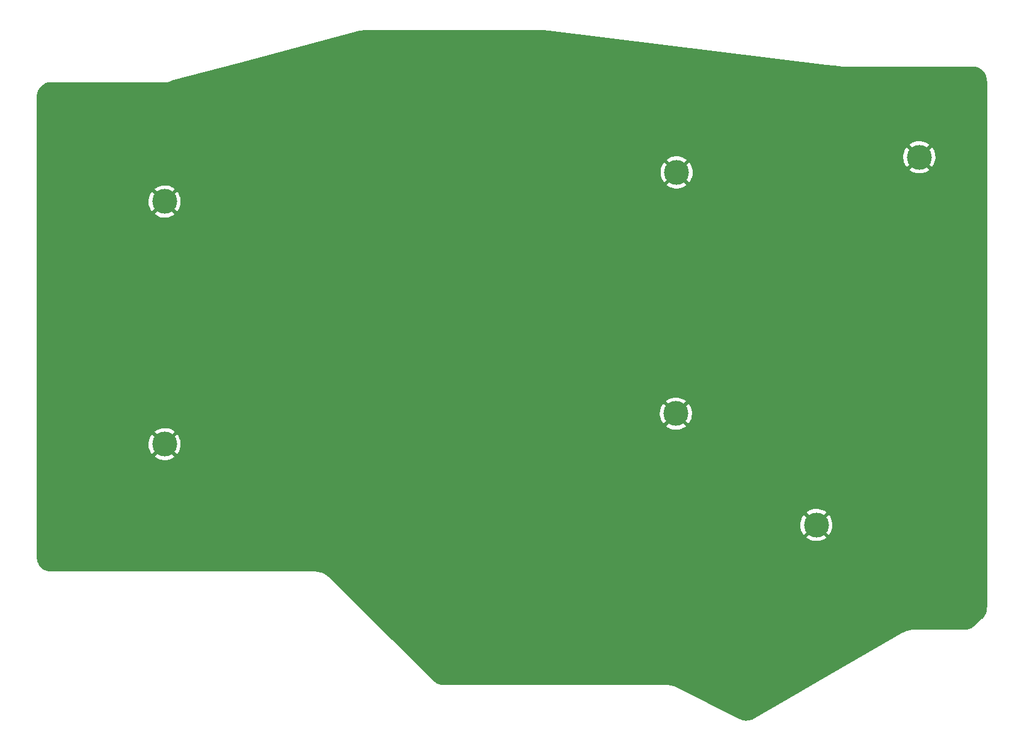
<source format=gtl>
G04 #@! TF.GenerationSoftware,KiCad,Pcbnew,(5.99.0-8557-g8988e46ab1)*
G04 #@! TF.CreationDate,2021-02-21T06:36:03-07:00*
G04 #@! TF.ProjectId,BottomCover,426f7474-6f6d-4436-9f76-65722e6b6963,rev?*
G04 #@! TF.SameCoordinates,PX85099e0PY51bada0*
G04 #@! TF.FileFunction,Copper,L1,Top*
G04 #@! TF.FilePolarity,Positive*
%FSLAX46Y46*%
G04 Gerber Fmt 4.6, Leading zero omitted, Abs format (unit mm)*
G04 Created by KiCad (PCBNEW (5.99.0-8557-g8988e46ab1)) date 2021-02-21 06:36:03*
%MOMM*%
%LPD*%
G01*
G04 APERTURE LIST*
G04 #@! TA.AperFunction,ComponentPad*
%ADD10C,3.500000*%
G04 #@! TD*
G04 APERTURE END LIST*
D10*
X36373000Y-9725000D03*
X-35627000Y20175000D03*
X36473000Y24275000D03*
X70648000Y26400000D03*
X-35627000Y-14025000D03*
X56148000Y-25400000D03*
G04 #@! TA.AperFunction,Conductor*
G36*
X18094668Y44290818D02*
G01*
X18126606Y44286413D01*
X18216195Y44287972D01*
X18226086Y44287755D01*
X18237143Y44287078D01*
X18328662Y44281474D01*
X18338505Y44280483D01*
X18367949Y44276343D01*
X18423986Y44268464D01*
X18428459Y44268475D01*
X18428465Y44268475D01*
X18458179Y44268551D01*
X18460527Y44268557D01*
X18476218Y44267616D01*
X57549348Y39465219D01*
X59507651Y39224528D01*
X59528811Y39220057D01*
X59542246Y39215987D01*
X59547057Y39215310D01*
X59547073Y39215307D01*
X59634839Y39202966D01*
X59644238Y39201279D01*
X59657788Y39198312D01*
X59670857Y39197512D01*
X59680694Y39196520D01*
X59690402Y39195155D01*
X59694872Y39195166D01*
X59694876Y39195166D01*
X59701386Y39195183D01*
X59704580Y39195191D01*
X59712589Y39194956D01*
X59760876Y39192000D01*
X59827450Y39187924D01*
X59836966Y39186977D01*
X59845885Y39185747D01*
X59845889Y39185747D01*
X59850708Y39185082D01*
X59863795Y39185310D01*
X59873683Y39185093D01*
X59883466Y39184494D01*
X59887934Y39184857D01*
X59887937Y39184857D01*
X59891206Y39185123D01*
X59897605Y39185643D01*
X59905596Y39186037D01*
X60000300Y39187685D01*
X60004728Y39188398D01*
X60004729Y39188398D01*
X60017150Y39190398D01*
X60037179Y39192000D01*
X78104968Y39192000D01*
X78126523Y39190143D01*
X78140334Y39187745D01*
X78145201Y39187660D01*
X78148201Y39187608D01*
X78267442Y39185526D01*
X78273418Y39185277D01*
X78339965Y39180916D01*
X78348167Y39180108D01*
X78544757Y39154226D01*
X78552884Y39152884D01*
X78589105Y39145680D01*
X78597202Y39144069D01*
X78605231Y39142197D01*
X78796788Y39090870D01*
X78804670Y39088479D01*
X78847467Y39073951D01*
X78855165Y39071054D01*
X79038379Y38995164D01*
X79045881Y38991765D01*
X79086417Y38971775D01*
X79093688Y38967888D01*
X79265406Y38868747D01*
X79272408Y38864393D01*
X79309997Y38839277D01*
X79316697Y38834475D01*
X79474009Y38713765D01*
X79480364Y38708549D01*
X79514366Y38678729D01*
X79520382Y38673094D01*
X79660569Y38532907D01*
X79666206Y38526889D01*
X79696021Y38492891D01*
X79701252Y38486518D01*
X79821964Y38329203D01*
X79826767Y38322500D01*
X79851868Y38284933D01*
X79856221Y38277932D01*
X79955362Y38106216D01*
X79959249Y38098944D01*
X79979240Y38058406D01*
X79982643Y38050896D01*
X80058526Y37867699D01*
X80061430Y37859983D01*
X80075953Y37817200D01*
X80078345Y37809316D01*
X80091851Y37758913D01*
X80129672Y37617763D01*
X80131540Y37609750D01*
X80140365Y37565383D01*
X80141701Y37557289D01*
X80153553Y37467264D01*
X80167584Y37360684D01*
X80168392Y37352481D01*
X80172752Y37285963D01*
X80173001Y37279973D01*
X80175164Y37156136D01*
X80175876Y37151717D01*
X80177873Y37139318D01*
X80179476Y37119281D01*
X80179476Y-37045337D01*
X80177723Y-37066280D01*
X80174995Y-37082464D01*
X80174206Y-37145314D01*
X80173350Y-37213571D01*
X80173141Y-37219415D01*
X80170946Y-37256599D01*
X80170290Y-37263995D01*
X80163751Y-37319192D01*
X80147385Y-37457320D01*
X80146293Y-37464671D01*
X80141927Y-37489091D01*
X80140405Y-37496360D01*
X80094915Y-37685629D01*
X80092967Y-37692799D01*
X80085755Y-37716546D01*
X80083388Y-37723586D01*
X80055487Y-37799129D01*
X80015932Y-37906221D01*
X80013181Y-37913044D01*
X80003197Y-37935841D01*
X80000045Y-37942499D01*
X79911568Y-38115927D01*
X79908022Y-38122398D01*
X79895417Y-38143877D01*
X79891482Y-38150149D01*
X79783330Y-38311790D01*
X79783258Y-38311897D01*
X79778954Y-38317937D01*
X79763926Y-38337761D01*
X79759269Y-38343542D01*
X79632758Y-38491439D01*
X79627771Y-38496932D01*
X79601869Y-38523826D01*
X79597717Y-38527942D01*
X79521856Y-38599725D01*
X79504899Y-38615770D01*
X79502117Y-38619276D01*
X79492743Y-38631089D01*
X79479502Y-38645356D01*
X79474488Y-38649982D01*
X79474480Y-38649986D01*
X79474482Y-38649988D01*
X78460612Y-39585532D01*
X78443777Y-39598611D01*
X78435105Y-39604241D01*
X78435099Y-39604245D01*
X78431015Y-39606897D01*
X78427388Y-39610145D01*
X78427385Y-39610147D01*
X78334739Y-39693104D01*
X78330233Y-39696952D01*
X78290220Y-39729517D01*
X78284030Y-39734243D01*
X78124437Y-39848428D01*
X78117971Y-39852756D01*
X78088359Y-39871277D01*
X78081615Y-39875210D01*
X77909139Y-39968724D01*
X77902150Y-39972237D01*
X77870497Y-39986935D01*
X77863315Y-39990003D01*
X77680550Y-40061442D01*
X77673201Y-40064054D01*
X77639957Y-40074722D01*
X77632458Y-40076874D01*
X77521087Y-40105124D01*
X77442302Y-40125108D01*
X77434668Y-40126795D01*
X77400327Y-40133268D01*
X77392598Y-40134477D01*
X77338736Y-40141202D01*
X77197928Y-40158781D01*
X77190163Y-40159507D01*
X77163809Y-40161146D01*
X77138693Y-40162707D01*
X77132761Y-40162936D01*
X77032719Y-40164433D01*
X77006817Y-40164821D01*
X76988735Y-40167687D01*
X76969011Y-40169241D01*
X69962632Y-40169241D01*
X69945425Y-40168061D01*
X69942349Y-40167637D01*
X69913442Y-40163652D01*
X69719030Y-40167048D01*
X69713865Y-40167032D01*
X69691450Y-40166504D01*
X69686615Y-40167141D01*
X69686366Y-40167154D01*
X69681977Y-40167637D01*
X69681157Y-40167710D01*
X69676678Y-40167788D01*
X69672258Y-40168500D01*
X69672257Y-40168500D01*
X69656007Y-40171117D01*
X69652418Y-40171642D01*
X69326771Y-40214514D01*
X69323826Y-40214867D01*
X69309750Y-40216384D01*
X69300118Y-40217422D01*
X69295707Y-40218604D01*
X69294430Y-40218772D01*
X69293423Y-40219054D01*
X69293424Y-40219054D01*
X69280846Y-40222578D01*
X69279463Y-40222957D01*
X68944786Y-40312632D01*
X68941914Y-40313365D01*
X68923518Y-40317833D01*
X68923509Y-40317836D01*
X68918782Y-40318984D01*
X68914568Y-40320730D01*
X68913316Y-40321065D01*
X68912343Y-40321481D01*
X68912340Y-40321482D01*
X68900301Y-40326630D01*
X68899027Y-40327167D01*
X68587941Y-40456022D01*
X68583173Y-40457883D01*
X68562089Y-40465620D01*
X68557833Y-40467979D01*
X68557612Y-40468080D01*
X68553701Y-40470141D01*
X68552965Y-40470509D01*
X68548818Y-40472227D01*
X68544966Y-40474509D01*
X68544955Y-40474515D01*
X68530808Y-40482898D01*
X68527662Y-40484702D01*
X68429449Y-40539141D01*
X68354978Y-40580420D01*
X68333601Y-40596616D01*
X68325826Y-40602507D01*
X68312735Y-40611196D01*
X56859061Y-47223978D01*
X53765411Y-49010098D01*
X53362636Y-49242640D01*
X47385780Y-52693379D01*
X47366506Y-52702430D01*
X47352129Y-52707749D01*
X47347882Y-52710118D01*
X47347880Y-52710119D01*
X47239085Y-52770808D01*
X47233840Y-52773573D01*
X47188841Y-52795967D01*
X47181764Y-52799220D01*
X47077455Y-52843314D01*
X47001149Y-52875570D01*
X46993884Y-52878379D01*
X46961797Y-52889661D01*
X46954372Y-52892017D01*
X46765758Y-52945493D01*
X46758201Y-52947385D01*
X46724938Y-52954629D01*
X46717280Y-52956051D01*
X46647620Y-52966765D01*
X46523470Y-52985859D01*
X46515777Y-52986798D01*
X46481876Y-52989884D01*
X46474108Y-52990350D01*
X46278130Y-52996023D01*
X46270353Y-52996008D01*
X46255939Y-52995534D01*
X46236322Y-52994888D01*
X46228549Y-52994391D01*
X46033370Y-52975847D01*
X46025645Y-52974871D01*
X46006280Y-52971815D01*
X45992042Y-52969567D01*
X45984410Y-52968120D01*
X45875988Y-52944058D01*
X45792979Y-52925636D01*
X45785440Y-52923717D01*
X45752732Y-52914304D01*
X45745331Y-52911923D01*
X45560599Y-52846149D01*
X45553351Y-52843314D01*
X45507120Y-52823555D01*
X45501730Y-52821100D01*
X45418938Y-52781010D01*
X45388181Y-52766116D01*
X45370636Y-52760521D01*
X45352346Y-52753062D01*
X36587162Y-48347746D01*
X36571754Y-48338573D01*
X36547826Y-48321912D01*
X36442912Y-48270743D01*
X36392819Y-48246311D01*
X36387241Y-48243417D01*
X36369193Y-48233469D01*
X36364617Y-48231802D01*
X36364478Y-48231739D01*
X36359455Y-48229606D01*
X36359428Y-48229672D01*
X36355280Y-48228003D01*
X36351246Y-48226035D01*
X36346977Y-48224660D01*
X36346969Y-48224657D01*
X36332254Y-48219918D01*
X36327759Y-48218377D01*
X36065353Y-48122803D01*
X36060906Y-48121087D01*
X36039667Y-48112423D01*
X36034927Y-48111299D01*
X36034822Y-48111265D01*
X36030766Y-48110206D01*
X36026887Y-48108793D01*
X36022506Y-48107873D01*
X36022500Y-48107871D01*
X36006347Y-48104478D01*
X36003174Y-48103768D01*
X35725065Y-48037811D01*
X35720424Y-48036617D01*
X35698312Y-48030476D01*
X35693478Y-48029911D01*
X35693357Y-48029887D01*
X35689206Y-48029306D01*
X35685195Y-48028355D01*
X35667839Y-48026778D01*
X35664314Y-48026457D01*
X35661085Y-48026121D01*
X35507779Y-48008191D01*
X35382385Y-47993525D01*
X35376163Y-47992639D01*
X35360667Y-47990036D01*
X35360658Y-47990035D01*
X35355870Y-47989231D01*
X35351011Y-47989173D01*
X35350823Y-47989156D01*
X35345406Y-47988808D01*
X35345403Y-47988878D01*
X35340920Y-47988675D01*
X35336472Y-47988155D01*
X35316473Y-47988671D01*
X35311759Y-47988704D01*
X35230626Y-47987735D01*
X35141645Y-47986672D01*
X35141639Y-47986672D01*
X35137170Y-47986619D01*
X35132739Y-47987200D01*
X35132733Y-47987200D01*
X35104264Y-47990931D01*
X35087893Y-47991999D01*
X3763503Y-47991999D01*
X3741972Y-47990146D01*
X3732863Y-47988566D01*
X3732860Y-47988566D01*
X3728070Y-47987735D01*
X3697098Y-47987200D01*
X3600839Y-47985537D01*
X3594808Y-47985288D01*
X3568206Y-47983552D01*
X3529407Y-47981018D01*
X3521266Y-47980220D01*
X3380465Y-47961757D01*
X3324851Y-47954464D01*
X3316748Y-47953132D01*
X3273140Y-47944493D01*
X3265138Y-47942635D01*
X3073759Y-47891564D01*
X3065900Y-47889190D01*
X3023785Y-47874955D01*
X3016098Y-47872074D01*
X2832956Y-47796544D01*
X2825487Y-47793175D01*
X2785585Y-47773586D01*
X2778336Y-47769729D01*
X2606598Y-47671046D01*
X2599615Y-47666725D01*
X2562583Y-47642105D01*
X2555895Y-47637337D01*
X2398438Y-47517156D01*
X2392074Y-47511962D01*
X2342688Y-47468897D01*
X2338235Y-47464822D01*
X2252044Y-47382070D01*
X2248811Y-47378966D01*
X2234897Y-47368973D01*
X2219577Y-47356002D01*
X-3684705Y-41487943D01*
X-12303761Y-32921764D01*
X-12315136Y-32908792D01*
X-12334643Y-32883201D01*
X-12474333Y-32749083D01*
X-12478012Y-32745402D01*
X-12493495Y-32729255D01*
X-12497366Y-32726301D01*
X-12497560Y-32726127D01*
X-12500927Y-32723443D01*
X-12501765Y-32722746D01*
X-12504997Y-32719643D01*
X-12521992Y-32707438D01*
X-12524941Y-32705254D01*
X-12544148Y-32690594D01*
X-12784588Y-32507076D01*
X-12786955Y-32505224D01*
X-12801797Y-32493319D01*
X-12801798Y-32493318D01*
X-12805591Y-32490276D01*
X-12809670Y-32487932D01*
X-12810797Y-32487072D01*
X-12813754Y-32485419D01*
X-12813764Y-32485413D01*
X-12823734Y-32479840D01*
X-12825031Y-32479105D01*
X-12908484Y-32431151D01*
X-13123101Y-32307829D01*
X-13125649Y-32306324D01*
X-13146111Y-32293902D01*
X-13150461Y-32292108D01*
X-13151688Y-32291403D01*
X-13165440Y-32285921D01*
X-13166765Y-32285384D01*
X-13185047Y-32277844D01*
X-13300546Y-32230211D01*
X-13484671Y-32154275D01*
X-13487460Y-32153085D01*
X-13504816Y-32145434D01*
X-13509273Y-32143469D01*
X-13513806Y-32142259D01*
X-13515126Y-32141715D01*
X-13518430Y-32140875D01*
X-13518451Y-32140869D01*
X-13529611Y-32138032D01*
X-13531056Y-32137656D01*
X-13730090Y-32084544D01*
X-13863085Y-32049054D01*
X-13865978Y-32048245D01*
X-13884247Y-32042895D01*
X-13884255Y-32042893D01*
X-13888911Y-32041530D01*
X-13893574Y-32040918D01*
X-13894944Y-32040553D01*
X-13898323Y-32040151D01*
X-13898327Y-32040150D01*
X-13909673Y-32038799D01*
X-13911112Y-32038619D01*
X-14242532Y-31995159D01*
X-14247665Y-31994378D01*
X-14264928Y-31991384D01*
X-14264930Y-31991384D01*
X-14269726Y-31990552D01*
X-14274588Y-31990468D01*
X-14274862Y-31990442D01*
X-14279143Y-31990278D01*
X-14280257Y-31990212D01*
X-14284688Y-31989631D01*
X-14289163Y-31989684D01*
X-14289165Y-31989684D01*
X-14305599Y-31989879D01*
X-14309269Y-31989869D01*
X-14501369Y-31986551D01*
X-14501375Y-31986551D01*
X-14505850Y-31986474D01*
X-14537437Y-31990442D01*
X-14542014Y-31991017D01*
X-14557719Y-31992000D01*
X-51544492Y-31992000D01*
X-51566047Y-31990143D01*
X-51567568Y-31989879D01*
X-51579858Y-31987745D01*
X-51584725Y-31987660D01*
X-51587725Y-31987608D01*
X-51706966Y-31985526D01*
X-51712942Y-31985277D01*
X-51779495Y-31980915D01*
X-51787682Y-31980109D01*
X-51984276Y-31954227D01*
X-51992408Y-31952884D01*
X-52036727Y-31944068D01*
X-52044755Y-31942196D01*
X-52236315Y-31890869D01*
X-52244188Y-31888481D01*
X-52286994Y-31873950D01*
X-52294674Y-31871060D01*
X-52412003Y-31822461D01*
X-52477912Y-31795160D01*
X-52485414Y-31791760D01*
X-52525950Y-31771770D01*
X-52533208Y-31767891D01*
X-52704925Y-31668750D01*
X-52711926Y-31664397D01*
X-52717927Y-31660388D01*
X-52749526Y-31639274D01*
X-52756211Y-31634482D01*
X-52913516Y-31513778D01*
X-52919889Y-31508548D01*
X-52953881Y-31478738D01*
X-52959899Y-31473101D01*
X-53100093Y-31332907D01*
X-53105730Y-31326889D01*
X-53135554Y-31292881D01*
X-53140784Y-31286508D01*
X-53261478Y-31129218D01*
X-53266266Y-31122537D01*
X-53291401Y-31084920D01*
X-53295746Y-31077932D01*
X-53394890Y-30906209D01*
X-53398777Y-30898937D01*
X-53418763Y-30858409D01*
X-53422166Y-30850899D01*
X-53498050Y-30667699D01*
X-53500954Y-30659983D01*
X-53515477Y-30617200D01*
X-53517871Y-30609309D01*
X-53519287Y-30604024D01*
X-53569198Y-30417755D01*
X-53571064Y-30409750D01*
X-53579889Y-30365383D01*
X-53581225Y-30357289D01*
X-53600940Y-30207535D01*
X-53607108Y-30160684D01*
X-53607916Y-30152481D01*
X-53609154Y-30133599D01*
X-53612276Y-30085963D01*
X-53612525Y-30079973D01*
X-53614688Y-29956136D01*
X-53617397Y-29939318D01*
X-53619000Y-29919281D01*
X-53619000Y-27166178D01*
X54746855Y-27166178D01*
X54754674Y-27176889D01*
X54866187Y-27264641D01*
X54873088Y-27269366D01*
X55124063Y-27417792D01*
X55131510Y-27421554D01*
X55399933Y-27535493D01*
X55407801Y-27538233D01*
X55688928Y-27615668D01*
X55697107Y-27617347D01*
X55985998Y-27656919D01*
X55994323Y-27657502D01*
X56285909Y-27658519D01*
X56294242Y-27657995D01*
X56583416Y-27620439D01*
X56591581Y-27618822D01*
X56873258Y-27543347D01*
X56881137Y-27540665D01*
X57150351Y-27428602D01*
X57157823Y-27424893D01*
X57409842Y-27278214D01*
X57416760Y-27273548D01*
X57540744Y-27177376D01*
X57549213Y-27165649D01*
X57542638Y-27153849D01*
X56160810Y-25772020D01*
X56146869Y-25764408D01*
X56145034Y-25764539D01*
X56138420Y-25768790D01*
X54753858Y-27153353D01*
X54746855Y-27166178D01*
X-53619000Y-27166178D01*
X-53619000Y-25490576D01*
X53887087Y-25490576D01*
X53887437Y-25498928D01*
X53918928Y-25788809D01*
X53920377Y-25797026D01*
X53989931Y-26080197D01*
X53992458Y-26088162D01*
X54098849Y-26359642D01*
X54102405Y-26367199D01*
X54243775Y-26622236D01*
X54248284Y-26629234D01*
X54370137Y-26793308D01*
X54381329Y-26801752D01*
X54393835Y-26794954D01*
X55775980Y-25412810D01*
X55782357Y-25401131D01*
X56512408Y-25401131D01*
X56512539Y-25402966D01*
X56516790Y-25409580D01*
X57901908Y-26794697D01*
X57914348Y-26801490D01*
X57925559Y-26793125D01*
X58039086Y-26642470D01*
X58043647Y-26635499D01*
X58186797Y-26381449D01*
X58190399Y-26373929D01*
X58298690Y-26103182D01*
X58301265Y-26095259D01*
X58372796Y-25812569D01*
X58374303Y-25804361D01*
X58407970Y-25513381D01*
X58408368Y-25507691D01*
X58410930Y-25402855D01*
X58410811Y-25397155D01*
X58391398Y-25104875D01*
X58390295Y-25096606D01*
X58332659Y-24810769D01*
X58330469Y-24802708D01*
X58235536Y-24527002D01*
X58232305Y-24519315D01*
X58101743Y-24258590D01*
X58097513Y-24251381D01*
X57933619Y-24010217D01*
X57928720Y-24003946D01*
X57915323Y-23995628D01*
X57905881Y-24001330D01*
X56520020Y-25387190D01*
X56512408Y-25401131D01*
X55782357Y-25401131D01*
X55783592Y-25398869D01*
X55783461Y-25397034D01*
X55779210Y-25390420D01*
X54394496Y-24005707D01*
X54381296Y-23998499D01*
X54371102Y-24005778D01*
X54310607Y-24079425D01*
X54305752Y-24086206D01*
X54152090Y-24334038D01*
X54148177Y-24341398D01*
X54028647Y-24607364D01*
X54025737Y-24615187D01*
X53942429Y-24894637D01*
X53940584Y-24902758D01*
X53894968Y-25190770D01*
X53894212Y-25199081D01*
X53887087Y-25490576D01*
X-53619000Y-25490576D01*
X-53619000Y-23631592D01*
X54745013Y-23631592D01*
X54752017Y-23644806D01*
X56135190Y-25027980D01*
X56149131Y-25035592D01*
X56150966Y-25035461D01*
X56157580Y-25031210D01*
X57543147Y-23645642D01*
X57550556Y-23632075D01*
X57543814Y-23622420D01*
X57506758Y-23590660D01*
X57500088Y-23585671D01*
X57255536Y-23426856D01*
X57248246Y-23422782D01*
X56984848Y-23297712D01*
X56977080Y-23294636D01*
X56699449Y-23205499D01*
X56691360Y-23203482D01*
X56404360Y-23151842D01*
X56396082Y-23150914D01*
X56104777Y-23137685D01*
X56096455Y-23137859D01*
X55805954Y-23163275D01*
X55797716Y-23164550D01*
X55513140Y-23228160D01*
X55505136Y-23230516D01*
X55231475Y-23331205D01*
X55223859Y-23334595D01*
X54965924Y-23470589D01*
X54958808Y-23474967D01*
X54753409Y-23620937D01*
X54745013Y-23631592D01*
X-53619000Y-23631592D01*
X-53619000Y-15791178D01*
X-37028145Y-15791178D01*
X-37020326Y-15801889D01*
X-36908813Y-15889641D01*
X-36901912Y-15894366D01*
X-36650937Y-16042792D01*
X-36643490Y-16046554D01*
X-36375067Y-16160493D01*
X-36367199Y-16163233D01*
X-36086072Y-16240668D01*
X-36077893Y-16242347D01*
X-35789002Y-16281919D01*
X-35780677Y-16282502D01*
X-35489091Y-16283519D01*
X-35480758Y-16282995D01*
X-35191584Y-16245439D01*
X-35183419Y-16243822D01*
X-34901742Y-16168347D01*
X-34893863Y-16165665D01*
X-34624649Y-16053602D01*
X-34617177Y-16049893D01*
X-34365158Y-15903214D01*
X-34358240Y-15898548D01*
X-34234256Y-15802376D01*
X-34225787Y-15790649D01*
X-34232362Y-15778849D01*
X-35614190Y-14397020D01*
X-35628131Y-14389408D01*
X-35629966Y-14389539D01*
X-35636580Y-14393790D01*
X-37021142Y-15778353D01*
X-37028145Y-15791178D01*
X-53619000Y-15791178D01*
X-53619000Y-14115576D01*
X-37887913Y-14115576D01*
X-37887563Y-14123928D01*
X-37856072Y-14413809D01*
X-37854623Y-14422026D01*
X-37785069Y-14705197D01*
X-37782542Y-14713162D01*
X-37676151Y-14984642D01*
X-37672595Y-14992199D01*
X-37531225Y-15247236D01*
X-37526716Y-15254234D01*
X-37404863Y-15418308D01*
X-37393671Y-15426752D01*
X-37381165Y-15419954D01*
X-35999020Y-14037810D01*
X-35992643Y-14026131D01*
X-35262592Y-14026131D01*
X-35262461Y-14027966D01*
X-35258210Y-14034580D01*
X-33873092Y-15419697D01*
X-33860652Y-15426490D01*
X-33849441Y-15418125D01*
X-33735914Y-15267470D01*
X-33731353Y-15260499D01*
X-33588203Y-15006449D01*
X-33584601Y-14998929D01*
X-33476310Y-14728182D01*
X-33473735Y-14720259D01*
X-33402204Y-14437569D01*
X-33400697Y-14429361D01*
X-33367030Y-14138381D01*
X-33366632Y-14132691D01*
X-33364070Y-14027855D01*
X-33364189Y-14022155D01*
X-33383602Y-13729875D01*
X-33384705Y-13721606D01*
X-33442341Y-13435769D01*
X-33444531Y-13427708D01*
X-33539464Y-13152002D01*
X-33542695Y-13144315D01*
X-33673257Y-12883590D01*
X-33677487Y-12876381D01*
X-33841381Y-12635217D01*
X-33846280Y-12628946D01*
X-33859677Y-12620628D01*
X-33869119Y-12626330D01*
X-35254980Y-14012190D01*
X-35262592Y-14026131D01*
X-35992643Y-14026131D01*
X-35991408Y-14023869D01*
X-35991539Y-14022034D01*
X-35995790Y-14015420D01*
X-37380504Y-12630707D01*
X-37393704Y-12623499D01*
X-37403898Y-12630778D01*
X-37464393Y-12704425D01*
X-37469248Y-12711206D01*
X-37622910Y-12959038D01*
X-37626823Y-12966398D01*
X-37746353Y-13232364D01*
X-37749263Y-13240187D01*
X-37832571Y-13519637D01*
X-37834416Y-13527758D01*
X-37880032Y-13815770D01*
X-37880788Y-13824081D01*
X-37887913Y-14115576D01*
X-53619000Y-14115576D01*
X-53619000Y-12256592D01*
X-37029987Y-12256592D01*
X-37022983Y-12269806D01*
X-35639810Y-13652980D01*
X-35625869Y-13660592D01*
X-35624034Y-13660461D01*
X-35617420Y-13656210D01*
X-34231853Y-12270642D01*
X-34224444Y-12257075D01*
X-34231186Y-12247420D01*
X-34268242Y-12215660D01*
X-34274912Y-12210671D01*
X-34519464Y-12051856D01*
X-34526754Y-12047782D01*
X-34790152Y-11922712D01*
X-34797920Y-11919636D01*
X-35075551Y-11830499D01*
X-35083640Y-11828482D01*
X-35370640Y-11776842D01*
X-35378918Y-11775914D01*
X-35670223Y-11762685D01*
X-35678545Y-11762859D01*
X-35969046Y-11788275D01*
X-35977284Y-11789550D01*
X-36261860Y-11853160D01*
X-36269864Y-11855516D01*
X-36543525Y-11956205D01*
X-36551141Y-11959595D01*
X-36809076Y-12095589D01*
X-36816192Y-12099967D01*
X-37021591Y-12245937D01*
X-37029987Y-12256592D01*
X-53619000Y-12256592D01*
X-53619000Y-11491178D01*
X34971855Y-11491178D01*
X34979674Y-11501889D01*
X35091187Y-11589641D01*
X35098088Y-11594366D01*
X35349063Y-11742792D01*
X35356510Y-11746554D01*
X35624933Y-11860493D01*
X35632801Y-11863233D01*
X35913928Y-11940668D01*
X35922107Y-11942347D01*
X36210998Y-11981919D01*
X36219323Y-11982502D01*
X36510909Y-11983519D01*
X36519242Y-11982995D01*
X36808416Y-11945439D01*
X36816581Y-11943822D01*
X37098258Y-11868347D01*
X37106137Y-11865665D01*
X37375351Y-11753602D01*
X37382823Y-11749893D01*
X37634842Y-11603214D01*
X37641760Y-11598548D01*
X37765744Y-11502376D01*
X37774213Y-11490649D01*
X37767638Y-11478849D01*
X36385810Y-10097020D01*
X36371869Y-10089408D01*
X36370034Y-10089539D01*
X36363420Y-10093790D01*
X34978858Y-11478353D01*
X34971855Y-11491178D01*
X-53619000Y-11491178D01*
X-53619000Y-9815576D01*
X34112087Y-9815576D01*
X34112437Y-9823928D01*
X34143928Y-10113809D01*
X34145377Y-10122026D01*
X34214931Y-10405197D01*
X34217458Y-10413162D01*
X34323849Y-10684642D01*
X34327405Y-10692199D01*
X34468775Y-10947236D01*
X34473284Y-10954234D01*
X34595137Y-11118308D01*
X34606329Y-11126752D01*
X34618835Y-11119954D01*
X36000980Y-9737810D01*
X36007357Y-9726131D01*
X36737408Y-9726131D01*
X36737539Y-9727966D01*
X36741790Y-9734580D01*
X38126908Y-11119697D01*
X38139348Y-11126490D01*
X38150559Y-11118125D01*
X38264086Y-10967470D01*
X38268647Y-10960499D01*
X38411797Y-10706449D01*
X38415399Y-10698929D01*
X38523690Y-10428182D01*
X38526265Y-10420259D01*
X38597796Y-10137569D01*
X38599303Y-10129361D01*
X38632970Y-9838381D01*
X38633368Y-9832691D01*
X38635930Y-9727855D01*
X38635811Y-9722155D01*
X38616398Y-9429875D01*
X38615295Y-9421606D01*
X38557659Y-9135769D01*
X38555469Y-9127708D01*
X38460536Y-8852002D01*
X38457305Y-8844315D01*
X38326743Y-8583590D01*
X38322513Y-8576381D01*
X38158619Y-8335217D01*
X38153720Y-8328946D01*
X38140323Y-8320628D01*
X38130881Y-8326330D01*
X36745020Y-9712190D01*
X36737408Y-9726131D01*
X36007357Y-9726131D01*
X36008592Y-9723869D01*
X36008461Y-9722034D01*
X36004210Y-9715420D01*
X34619496Y-8330707D01*
X34606296Y-8323499D01*
X34596102Y-8330778D01*
X34535607Y-8404425D01*
X34530752Y-8411206D01*
X34377090Y-8659038D01*
X34373177Y-8666398D01*
X34253647Y-8932364D01*
X34250737Y-8940187D01*
X34167429Y-9219637D01*
X34165584Y-9227758D01*
X34119968Y-9515770D01*
X34119212Y-9524081D01*
X34112087Y-9815576D01*
X-53619000Y-9815576D01*
X-53619000Y-7956592D01*
X34970013Y-7956592D01*
X34977017Y-7969806D01*
X36360190Y-9352980D01*
X36374131Y-9360592D01*
X36375966Y-9360461D01*
X36382580Y-9356210D01*
X37768147Y-7970642D01*
X37775556Y-7957075D01*
X37768814Y-7947420D01*
X37731758Y-7915660D01*
X37725088Y-7910671D01*
X37480536Y-7751856D01*
X37473246Y-7747782D01*
X37209848Y-7622712D01*
X37202080Y-7619636D01*
X36924449Y-7530499D01*
X36916360Y-7528482D01*
X36629360Y-7476842D01*
X36621082Y-7475914D01*
X36329777Y-7462685D01*
X36321455Y-7462859D01*
X36030954Y-7488275D01*
X36022716Y-7489550D01*
X35738140Y-7553160D01*
X35730136Y-7555516D01*
X35456475Y-7656205D01*
X35448859Y-7659595D01*
X35190924Y-7795589D01*
X35183808Y-7799967D01*
X34978409Y-7945937D01*
X34970013Y-7956592D01*
X-53619000Y-7956592D01*
X-53619000Y18408822D01*
X-37028145Y18408822D01*
X-37020326Y18398111D01*
X-36908813Y18310359D01*
X-36901912Y18305634D01*
X-36650937Y18157208D01*
X-36643490Y18153446D01*
X-36375067Y18039507D01*
X-36367199Y18036767D01*
X-36086072Y17959332D01*
X-36077893Y17957653D01*
X-35789002Y17918081D01*
X-35780677Y17917498D01*
X-35489091Y17916481D01*
X-35480758Y17917005D01*
X-35191584Y17954561D01*
X-35183419Y17956178D01*
X-34901742Y18031653D01*
X-34893863Y18034335D01*
X-34624649Y18146398D01*
X-34617177Y18150107D01*
X-34365158Y18296786D01*
X-34358240Y18301452D01*
X-34234256Y18397624D01*
X-34225787Y18409351D01*
X-34232362Y18421151D01*
X-35614190Y19802980D01*
X-35628131Y19810592D01*
X-35629966Y19810461D01*
X-35636580Y19806210D01*
X-37021142Y18421647D01*
X-37028145Y18408822D01*
X-53619000Y18408822D01*
X-53619000Y20084424D01*
X-37887913Y20084424D01*
X-37887563Y20076072D01*
X-37856072Y19786191D01*
X-37854623Y19777974D01*
X-37785069Y19494803D01*
X-37782542Y19486838D01*
X-37676151Y19215358D01*
X-37672595Y19207801D01*
X-37531225Y18952764D01*
X-37526716Y18945766D01*
X-37404863Y18781692D01*
X-37393671Y18773248D01*
X-37381165Y18780046D01*
X-35999020Y20162190D01*
X-35992643Y20173869D01*
X-35262592Y20173869D01*
X-35262461Y20172034D01*
X-35258210Y20165420D01*
X-33873092Y18780303D01*
X-33860652Y18773510D01*
X-33849441Y18781875D01*
X-33735914Y18932530D01*
X-33731353Y18939501D01*
X-33588203Y19193551D01*
X-33584601Y19201071D01*
X-33476310Y19471818D01*
X-33473735Y19479741D01*
X-33402204Y19762431D01*
X-33400697Y19770639D01*
X-33367030Y20061619D01*
X-33366632Y20067309D01*
X-33364070Y20172145D01*
X-33364189Y20177845D01*
X-33383602Y20470125D01*
X-33384705Y20478394D01*
X-33442341Y20764231D01*
X-33444531Y20772292D01*
X-33539464Y21047998D01*
X-33542695Y21055685D01*
X-33673257Y21316410D01*
X-33677487Y21323619D01*
X-33841381Y21564783D01*
X-33846280Y21571054D01*
X-33859677Y21579372D01*
X-33869119Y21573670D01*
X-35254980Y20187810D01*
X-35262592Y20173869D01*
X-35992643Y20173869D01*
X-35991408Y20176131D01*
X-35991539Y20177966D01*
X-35995790Y20184580D01*
X-37380504Y21569293D01*
X-37393704Y21576501D01*
X-37403898Y21569222D01*
X-37464393Y21495575D01*
X-37469248Y21488794D01*
X-37622910Y21240962D01*
X-37626823Y21233602D01*
X-37746353Y20967636D01*
X-37749263Y20959813D01*
X-37832571Y20680363D01*
X-37834416Y20672242D01*
X-37880032Y20384230D01*
X-37880788Y20375919D01*
X-37887913Y20084424D01*
X-53619000Y20084424D01*
X-53619000Y21943408D01*
X-37029987Y21943408D01*
X-37022983Y21930194D01*
X-35639810Y20547020D01*
X-35625869Y20539408D01*
X-35624034Y20539539D01*
X-35617420Y20543790D01*
X-34231853Y21929358D01*
X-34224444Y21942925D01*
X-34231186Y21952580D01*
X-34268242Y21984340D01*
X-34274912Y21989329D01*
X-34519464Y22148144D01*
X-34526754Y22152218D01*
X-34790152Y22277288D01*
X-34797920Y22280364D01*
X-35075551Y22369501D01*
X-35083640Y22371518D01*
X-35370640Y22423158D01*
X-35378918Y22424086D01*
X-35670223Y22437315D01*
X-35678545Y22437141D01*
X-35969046Y22411725D01*
X-35977284Y22410450D01*
X-36261860Y22346840D01*
X-36269864Y22344484D01*
X-36543525Y22243795D01*
X-36551141Y22240405D01*
X-36809076Y22104411D01*
X-36816192Y22100033D01*
X-37021591Y21954063D01*
X-37029987Y21943408D01*
X-53619000Y21943408D01*
X-53619000Y22508822D01*
X35071855Y22508822D01*
X35079674Y22498111D01*
X35191187Y22410359D01*
X35198088Y22405634D01*
X35449063Y22257208D01*
X35456510Y22253446D01*
X35724933Y22139507D01*
X35732801Y22136767D01*
X36013928Y22059332D01*
X36022107Y22057653D01*
X36310998Y22018081D01*
X36319323Y22017498D01*
X36610909Y22016481D01*
X36619242Y22017005D01*
X36908416Y22054561D01*
X36916581Y22056178D01*
X37198258Y22131653D01*
X37206137Y22134335D01*
X37475351Y22246398D01*
X37482823Y22250107D01*
X37734842Y22396786D01*
X37741760Y22401452D01*
X37865744Y22497624D01*
X37874213Y22509351D01*
X37867638Y22521151D01*
X36485810Y23902980D01*
X36471869Y23910592D01*
X36470034Y23910461D01*
X36463420Y23906210D01*
X35078858Y22521647D01*
X35071855Y22508822D01*
X-53619000Y22508822D01*
X-53619000Y24184424D01*
X34212087Y24184424D01*
X34212437Y24176072D01*
X34243928Y23886191D01*
X34245377Y23877974D01*
X34314931Y23594803D01*
X34317458Y23586838D01*
X34423849Y23315358D01*
X34427405Y23307801D01*
X34568775Y23052764D01*
X34573284Y23045766D01*
X34695137Y22881692D01*
X34706329Y22873248D01*
X34718835Y22880046D01*
X36100980Y24262190D01*
X36107357Y24273869D01*
X36837408Y24273869D01*
X36837539Y24272034D01*
X36841790Y24265420D01*
X38226908Y22880303D01*
X38239348Y22873510D01*
X38250559Y22881875D01*
X38364086Y23032530D01*
X38368647Y23039501D01*
X38511797Y23293551D01*
X38515399Y23301071D01*
X38623690Y23571818D01*
X38626265Y23579741D01*
X38697796Y23862431D01*
X38699303Y23870639D01*
X38732970Y24161619D01*
X38733368Y24167309D01*
X38735930Y24272145D01*
X38735811Y24277845D01*
X38716398Y24570125D01*
X38715295Y24578394D01*
X38704119Y24633822D01*
X69246855Y24633822D01*
X69254674Y24623111D01*
X69366187Y24535359D01*
X69373088Y24530634D01*
X69624063Y24382208D01*
X69631510Y24378446D01*
X69899933Y24264507D01*
X69907801Y24261767D01*
X70188928Y24184332D01*
X70197107Y24182653D01*
X70485998Y24143081D01*
X70494323Y24142498D01*
X70785909Y24141481D01*
X70794242Y24142005D01*
X71083416Y24179561D01*
X71091581Y24181178D01*
X71373258Y24256653D01*
X71381137Y24259335D01*
X71650351Y24371398D01*
X71657823Y24375107D01*
X71909842Y24521786D01*
X71916760Y24526452D01*
X72040744Y24622624D01*
X72049213Y24634351D01*
X72042638Y24646151D01*
X70660810Y26027980D01*
X70646869Y26035592D01*
X70645034Y26035461D01*
X70638420Y26031210D01*
X69253858Y24646647D01*
X69246855Y24633822D01*
X38704119Y24633822D01*
X38657659Y24864231D01*
X38655469Y24872292D01*
X38560536Y25147998D01*
X38557305Y25155685D01*
X38426743Y25416410D01*
X38422513Y25423619D01*
X38258619Y25664783D01*
X38253720Y25671054D01*
X38240323Y25679372D01*
X38230881Y25673670D01*
X36845020Y24287810D01*
X36837408Y24273869D01*
X36107357Y24273869D01*
X36108592Y24276131D01*
X36108461Y24277966D01*
X36104210Y24284580D01*
X34719496Y25669293D01*
X34706296Y25676501D01*
X34696102Y25669222D01*
X34635607Y25595575D01*
X34630752Y25588794D01*
X34477090Y25340962D01*
X34473177Y25333602D01*
X34353647Y25067636D01*
X34350737Y25059813D01*
X34267429Y24780363D01*
X34265584Y24772242D01*
X34219968Y24484230D01*
X34219212Y24475919D01*
X34212087Y24184424D01*
X-53619000Y24184424D01*
X-53619000Y26043408D01*
X35070013Y26043408D01*
X35077017Y26030194D01*
X36460190Y24647020D01*
X36474131Y24639408D01*
X36475966Y24639539D01*
X36482580Y24643790D01*
X37868147Y26029358D01*
X37875556Y26042925D01*
X37868814Y26052580D01*
X37831758Y26084340D01*
X37825088Y26089329D01*
X37580536Y26248144D01*
X37573246Y26252218D01*
X37452770Y26309424D01*
X68387087Y26309424D01*
X68387437Y26301072D01*
X68418928Y26011191D01*
X68420377Y26002974D01*
X68489931Y25719803D01*
X68492458Y25711838D01*
X68598849Y25440358D01*
X68602405Y25432801D01*
X68743775Y25177764D01*
X68748284Y25170766D01*
X68870137Y25006692D01*
X68881329Y24998248D01*
X68893835Y25005046D01*
X70275980Y26387190D01*
X70282357Y26398869D01*
X71012408Y26398869D01*
X71012539Y26397034D01*
X71016790Y26390420D01*
X72401908Y25005303D01*
X72414348Y24998510D01*
X72425559Y25006875D01*
X72539086Y25157530D01*
X72543647Y25164501D01*
X72686797Y25418551D01*
X72690399Y25426071D01*
X72798690Y25696818D01*
X72801265Y25704741D01*
X72872796Y25987431D01*
X72874303Y25995639D01*
X72907970Y26286619D01*
X72908368Y26292309D01*
X72910930Y26397145D01*
X72910811Y26402845D01*
X72891398Y26695125D01*
X72890295Y26703394D01*
X72832659Y26989231D01*
X72830469Y26997292D01*
X72735536Y27272998D01*
X72732305Y27280685D01*
X72601743Y27541410D01*
X72597513Y27548619D01*
X72433619Y27789783D01*
X72428720Y27796054D01*
X72415323Y27804372D01*
X72405881Y27798670D01*
X71020020Y26412810D01*
X71012408Y26398869D01*
X70282357Y26398869D01*
X70283592Y26401131D01*
X70283461Y26402966D01*
X70279210Y26409580D01*
X68894496Y27794293D01*
X68881296Y27801501D01*
X68871102Y27794222D01*
X68810607Y27720575D01*
X68805752Y27713794D01*
X68652090Y27465962D01*
X68648177Y27458602D01*
X68528647Y27192636D01*
X68525737Y27184813D01*
X68442429Y26905363D01*
X68440584Y26897242D01*
X68394968Y26609230D01*
X68394212Y26600919D01*
X68387087Y26309424D01*
X37452770Y26309424D01*
X37309848Y26377288D01*
X37302080Y26380364D01*
X37024449Y26469501D01*
X37016360Y26471518D01*
X36729360Y26523158D01*
X36721082Y26524086D01*
X36429777Y26537315D01*
X36421455Y26537141D01*
X36130954Y26511725D01*
X36122716Y26510450D01*
X35838140Y26446840D01*
X35830136Y26444484D01*
X35556475Y26343795D01*
X35548859Y26340405D01*
X35290924Y26204411D01*
X35283808Y26200033D01*
X35078409Y26054063D01*
X35070013Y26043408D01*
X-53619000Y26043408D01*
X-53619000Y28168408D01*
X69245013Y28168408D01*
X69252017Y28155194D01*
X70635190Y26772020D01*
X70649131Y26764408D01*
X70650966Y26764539D01*
X70657580Y26768790D01*
X72043147Y28154358D01*
X72050556Y28167925D01*
X72043814Y28177580D01*
X72006758Y28209340D01*
X72000088Y28214329D01*
X71755536Y28373144D01*
X71748246Y28377218D01*
X71484848Y28502288D01*
X71477080Y28505364D01*
X71199449Y28594501D01*
X71191360Y28596518D01*
X70904360Y28648158D01*
X70896082Y28649086D01*
X70604777Y28662315D01*
X70596455Y28662141D01*
X70305954Y28636725D01*
X70297716Y28635450D01*
X70013140Y28571840D01*
X70005136Y28569484D01*
X69731475Y28468795D01*
X69723859Y28465405D01*
X69465924Y28329411D01*
X69458808Y28325033D01*
X69253409Y28179063D01*
X69245013Y28168408D01*
X-53619000Y28168408D01*
X-53619000Y34917677D01*
X-53617167Y34939089D01*
X-53615519Y34948648D01*
X-53614691Y34953448D01*
X-53612602Y35081530D01*
X-53612362Y35087520D01*
X-53608553Y35147053D01*
X-53607783Y35155065D01*
X-53582645Y35350711D01*
X-53581364Y35358658D01*
X-53573655Y35398383D01*
X-53571870Y35406231D01*
X-53522007Y35597071D01*
X-53519724Y35604792D01*
X-53507013Y35643216D01*
X-53504243Y35650772D01*
X-53430467Y35833698D01*
X-53427220Y35841062D01*
X-53409716Y35877554D01*
X-53406004Y35884697D01*
X-53309512Y36056739D01*
X-53305352Y36063631D01*
X-53283343Y36097590D01*
X-53278753Y36104200D01*
X-53274233Y36110284D01*
X-53161102Y36262570D01*
X-53156133Y36268831D01*
X-53129957Y36299731D01*
X-53124568Y36305694D01*
X-52987735Y36447738D01*
X-52981969Y36453354D01*
X-52952061Y36480673D01*
X-52945968Y36485891D01*
X-52792115Y36609365D01*
X-52785680Y36614199D01*
X-52752577Y36637454D01*
X-52745846Y36641868D01*
X-52740255Y36645284D01*
X-52577536Y36744714D01*
X-52570538Y36748689D01*
X-52557844Y36755372D01*
X-52534723Y36767545D01*
X-52527492Y36771062D01*
X-52347431Y36851627D01*
X-52339998Y36854673D01*
X-52302059Y36868816D01*
X-52294432Y36871384D01*
X-52105621Y36928333D01*
X-52097844Y36930410D01*
X-52039727Y36943959D01*
X-52033856Y36945181D01*
X-51975344Y36955916D01*
X-51952607Y36957985D01*
X-35616113Y36957985D01*
X-35599581Y36956896D01*
X-35569270Y36952884D01*
X-35569266Y36952884D01*
X-35564447Y36952246D01*
X-35559585Y36952357D01*
X-35559581Y36952357D01*
X-35481246Y36954149D01*
X-35378702Y36956495D01*
X-35377015Y36956776D01*
X-35375862Y36956895D01*
X-35370998Y36957020D01*
X-35366217Y36957891D01*
X-35366214Y36957891D01*
X-35353379Y36960229D01*
X-35322842Y36965790D01*
X-35321070Y36966098D01*
X-35268621Y36974838D01*
X-35266265Y36975975D01*
X-35264487Y36976417D01*
X-35179961Y36991810D01*
X-35175521Y36992354D01*
X-35170752Y36991978D01*
X-35161969Y36993812D01*
X-35161967Y36993812D01*
X-35146795Y36996980D01*
X-35115692Y37003474D01*
X-35112628Y37004073D01*
X-35077401Y37010488D01*
X-35073156Y37011906D01*
X-35068797Y37013025D01*
X-35068759Y37012879D01*
X-35066191Y37013573D01*
X-35063319Y37014408D01*
X-35058549Y37015404D01*
X-35028420Y37026754D01*
X-35023940Y37028346D01*
X-34980065Y37043002D01*
X-34980063Y37043003D01*
X-34971552Y37045846D01*
X-34965654Y37049941D01*
X-34958121Y37053238D01*
X-34779284Y37120610D01*
X-34777772Y37121441D01*
X-34776737Y37121929D01*
X-34772191Y37123656D01*
X-34767969Y37126060D01*
X-34767962Y37126063D01*
X-34729770Y37147807D01*
X-34728118Y37148731D01*
X-34691507Y37168852D01*
X-34663344Y37180159D01*
X-25170798Y39716264D01*
X-8187556Y44253643D01*
X-8176201Y44256122D01*
X-8077165Y44272991D01*
X-8066424Y44274348D01*
X-7915412Y44286845D01*
X-7904586Y44287273D01*
X-7793911Y44286879D01*
X-7789479Y44287498D01*
X-7789473Y44287498D01*
X-7765889Y44290790D01*
X-7748472Y44292000D01*
X18077453Y44292000D01*
X18094668Y44290818D01*
G37*
G04 #@! TD.AperFunction*
M02*

</source>
